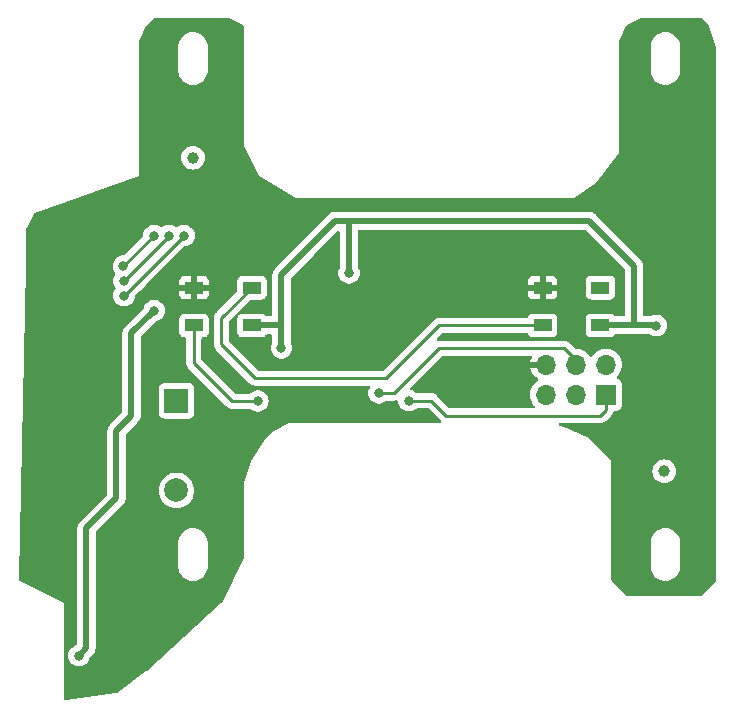
<source format=gbr>
%TF.GenerationSoftware,KiCad,Pcbnew,7.0.10*%
%TF.CreationDate,2024-01-10T06:21:24+05:30*%
%TF.ProjectId,Dashcam,44617368-6361-46d2-9e6b-696361645f70,rev?*%
%TF.SameCoordinates,Original*%
%TF.FileFunction,Copper,L1,Top*%
%TF.FilePolarity,Positive*%
%FSLAX46Y46*%
G04 Gerber Fmt 4.6, Leading zero omitted, Abs format (unit mm)*
G04 Created by KiCad (PCBNEW 7.0.10) date 2024-01-10 06:21:24*
%MOMM*%
%LPD*%
G01*
G04 APERTURE LIST*
%TA.AperFunction,ComponentPad*%
%ADD10R,1.700000X1.700000*%
%TD*%
%TA.AperFunction,ComponentPad*%
%ADD11O,1.700000X1.700000*%
%TD*%
%TA.AperFunction,SMDPad,CuDef*%
%ADD12R,1.500000X1.000000*%
%TD*%
%TA.AperFunction,SMDPad,CuDef*%
%ADD13C,1.000000*%
%TD*%
%TA.AperFunction,ComponentPad*%
%ADD14R,2.000000X2.000000*%
%TD*%
%TA.AperFunction,ComponentPad*%
%ADD15C,2.000000*%
%TD*%
%TA.AperFunction,ViaPad*%
%ADD16C,0.800000*%
%TD*%
%TA.AperFunction,Conductor*%
%ADD17C,0.250000*%
%TD*%
%TA.AperFunction,Conductor*%
%ADD18C,0.254000*%
%TD*%
%TA.AperFunction,Conductor*%
%ADD19C,0.508000*%
%TD*%
G04 APERTURE END LIST*
D10*
%TO.P,J3,1,Pin_1*%
%TO.N,MISO*%
X157875000Y-63965000D03*
D11*
%TO.P,J3,2,Pin_2*%
%TO.N,+5V*%
X157875000Y-61425000D03*
%TO.P,J3,3,Pin_3*%
%TO.N,SEK*%
X155335000Y-63965000D03*
%TO.P,J3,4,Pin_4*%
%TO.N,MOSI*%
X155335000Y-61425000D03*
%TO.P,J3,5,Pin_5*%
%TO.N,Reset*%
X152795000Y-63965000D03*
%TO.P,J3,6,Pin_6*%
%TO.N,GND*%
X152795000Y-61425000D03*
%TD*%
D12*
%TO.P,U4,1,VDD*%
%TO.N,+5V*%
X157406000Y-58100000D03*
%TO.P,U4,2,DOUT*%
%TO.N,unconnected-(U4-DOUT-Pad2)*%
X157406000Y-54900000D03*
%TO.P,U4,3,VSS*%
%TO.N,GND*%
X152506000Y-54900000D03*
%TO.P,U4,4,DIN*%
%TO.N,Net-(U1-DOUT)*%
X152506000Y-58100000D03*
%TD*%
D13*
%TO.P,FID4,*%
%TO.N,*%
X162806000Y-70450000D03*
%TD*%
%TO.P,FID1,*%
%TO.N,*%
X122900000Y-43900000D03*
%TD*%
D12*
%TO.P,U1,1,VDD*%
%TO.N,+5V*%
X127881000Y-58100000D03*
%TO.P,U1,2,DOUT*%
%TO.N,Net-(U1-DOUT)*%
X127881000Y-54900000D03*
%TO.P,U1,3,VSS*%
%TO.N,GND*%
X122981000Y-54900000D03*
%TO.P,U1,4,DIN*%
%TO.N,neodin*%
X122981000Y-58100000D03*
%TD*%
D14*
%TO.P,BZ1,1,-*%
%TO.N,Net-(BZ1--)*%
X121510000Y-64475000D03*
D15*
%TO.P,BZ1,2,+*%
%TO.N,Net-(BZ1-+)*%
X121510000Y-72075000D03*
%TD*%
D16*
%TO.N,GND*%
X162400000Y-62000000D03*
%TO.N,MISO*%
X141195000Y-64465000D03*
%TO.N,MOSI*%
X138655000Y-63830000D03*
%TO.N,+5V*%
X119605000Y-56845000D03*
X113255000Y-86055000D03*
X136115000Y-53670000D03*
X130400000Y-60020000D03*
X162150000Y-58115000D03*
%TO.N,GND*%
X129765000Y-51130000D03*
X120240000Y-80340000D03*
X125320000Y-54940000D03*
X125955000Y-46050000D03*
X119605000Y-47955000D03*
X151355000Y-51765000D03*
X143735000Y-51765000D03*
X110715000Y-65735000D03*
X111985000Y-79070000D03*
X147545000Y-54940000D03*
X122780000Y-81610000D03*
X122223154Y-68454674D03*
X113890000Y-70815000D03*
X134210000Y-54940000D03*
X134845000Y-52400000D03*
%TO.N,neodin*%
X128400000Y-64500000D03*
%TO.N,LED Selector*%
X119605000Y-50495000D03*
X117015000Y-53085000D03*
%TO.N,ValuePin_1*%
X120875000Y-50495000D03*
X117065000Y-54305000D03*
%TO.N,ValuePin_2*%
X117065000Y-55575000D03*
X122145000Y-50495000D03*
%TD*%
D17*
%TO.N,MOSI*%
X155335000Y-61035000D02*
X155335000Y-61425000D01*
X138655000Y-63830000D02*
X139925000Y-63830000D01*
X139925000Y-63830000D02*
X143735000Y-60020000D01*
X143735000Y-60020000D02*
X154320000Y-60020000D01*
X154320000Y-60020000D02*
X155335000Y-61035000D01*
D18*
%TO.N,Net-(U1-DOUT)*%
X139290000Y-62560000D02*
X143750000Y-58100000D01*
X128177500Y-62560000D02*
X139290000Y-62560000D01*
X125320000Y-59702500D02*
X128177500Y-62560000D01*
X125320000Y-57461000D02*
X125320000Y-59702500D01*
X143750000Y-58100000D02*
X152506000Y-58100000D01*
X127881000Y-54900000D02*
X125320000Y-57461000D01*
%TO.N,neodin*%
X126200000Y-64500000D02*
X122981000Y-61281000D01*
X122981000Y-61281000D02*
X122981000Y-58100000D01*
X128400000Y-64500000D02*
X126200000Y-64500000D01*
%TO.N,MISO*%
X157875000Y-65225000D02*
X157875000Y-63965000D01*
X156800000Y-65735000D02*
X157365000Y-65735000D01*
X157365000Y-65735000D02*
X157875000Y-65225000D01*
D17*
X144370000Y-65735000D02*
X156800000Y-65735000D01*
X143100000Y-64465000D02*
X144370000Y-65735000D01*
X141195000Y-64465000D02*
X143100000Y-64465000D01*
D19*
%TO.N,+5V*%
X113890000Y-85420000D02*
X113890000Y-75260000D01*
X157406000Y-58100000D02*
X160245000Y-58100000D01*
X130400000Y-53797000D02*
X130400000Y-56845000D01*
X116430000Y-67005000D02*
X117700000Y-65735000D01*
X113890000Y-75260000D02*
X116430000Y-72720000D01*
X160245000Y-53035000D02*
X156435000Y-49225000D01*
X127881000Y-58100000D02*
X130385000Y-58100000D01*
X113255000Y-86055000D02*
X113890000Y-85420000D01*
X117700000Y-58750000D02*
X119605000Y-56845000D01*
X130400000Y-56845000D02*
X130400000Y-58115000D01*
X116430000Y-72720000D02*
X116430000Y-67005000D01*
X117700000Y-65735000D02*
X117700000Y-58750000D01*
X130385000Y-58100000D02*
X130400000Y-58115000D01*
X160245000Y-58100000D02*
X160245000Y-53035000D01*
X162135000Y-58100000D02*
X162150000Y-58115000D01*
X156435000Y-49225000D02*
X136115000Y-49225000D01*
X136115000Y-49225000D02*
X134972000Y-49225000D01*
X157406000Y-58100000D02*
X162135000Y-58100000D01*
X134972000Y-49225000D02*
X130400000Y-53797000D01*
X136115000Y-49225000D02*
X136115000Y-53670000D01*
X130400000Y-58115000D02*
X130400000Y-60020000D01*
%TO.N,GND*%
X125280000Y-54900000D02*
X125320000Y-54940000D01*
X152506000Y-54900000D02*
X152585000Y-54900000D01*
X122981000Y-54900000D02*
X125280000Y-54900000D01*
X122981000Y-54615176D02*
X122981000Y-54900000D01*
X152585000Y-54900000D02*
X152625000Y-54940000D01*
D18*
%TO.N,Net-(U1-DOUT)*%
X127881000Y-54900000D02*
X127881000Y-54919000D01*
X127881000Y-54919000D02*
X127860000Y-54940000D01*
%TO.N,LED Selector*%
X117015000Y-53085000D02*
X119605000Y-50495000D01*
%TO.N,ValuePin_1*%
X117065000Y-54305000D02*
X120875000Y-50495000D01*
%TO.N,ValuePin_2*%
X117065000Y-55575000D02*
X122145000Y-50495000D01*
%TD*%
%TA.AperFunction,Conductor*%
%TO.N,GND*%
G36*
X125981182Y-32093091D02*
G01*
X127156454Y-32680727D01*
X127207613Y-32728314D01*
X127225000Y-32791636D01*
X127225000Y-42875000D01*
X128495000Y-45415000D01*
X131670000Y-47320000D01*
X155165000Y-47320000D01*
X157070000Y-46050000D01*
X158975000Y-43510000D01*
X158975000Y-36603618D01*
X161649500Y-36603618D01*
X161683610Y-36808034D01*
X161750898Y-37004037D01*
X161750900Y-37004043D01*
X161849534Y-37186302D01*
X161849537Y-37186306D01*
X161976818Y-37349836D01*
X161976821Y-37349840D01*
X162129296Y-37490204D01*
X162302788Y-37603551D01*
X162492572Y-37686798D01*
X162693469Y-37737672D01*
X162762312Y-37743376D01*
X162899994Y-37754786D01*
X162900000Y-37754786D01*
X162900006Y-37754786D01*
X163023918Y-37744517D01*
X163106531Y-37737672D01*
X163307428Y-37686798D01*
X163497212Y-37603551D01*
X163670706Y-37490202D01*
X163823176Y-37349843D01*
X163950465Y-37186303D01*
X164049100Y-37004042D01*
X164116390Y-36808032D01*
X164150500Y-36603619D01*
X164150500Y-36500000D01*
X164150500Y-36499500D01*
X164150500Y-34499901D01*
X164150500Y-34396381D01*
X164116390Y-34191968D01*
X164049100Y-33995958D01*
X163950465Y-33813697D01*
X163950462Y-33813693D01*
X163823181Y-33650163D01*
X163823178Y-33650159D01*
X163670703Y-33509795D01*
X163497211Y-33396448D01*
X163307428Y-33313202D01*
X163106527Y-33262327D01*
X162900006Y-33245214D01*
X162899994Y-33245214D01*
X162693472Y-33262327D01*
X162492571Y-33313202D01*
X162302788Y-33396448D01*
X162129296Y-33509795D01*
X161976821Y-33650159D01*
X161976818Y-33650163D01*
X161849537Y-33813693D01*
X161849534Y-33813697D01*
X161750900Y-33995956D01*
X161750898Y-33995962D01*
X161683610Y-34191965D01*
X161649500Y-34396381D01*
X161649500Y-36603618D01*
X158975000Y-36603618D01*
X158975000Y-34014272D01*
X158988091Y-33958818D01*
X159060652Y-33813697D01*
X159119243Y-33696515D01*
X159591515Y-32751970D01*
X159639102Y-32700811D01*
X159646970Y-32696515D01*
X160853818Y-32093091D01*
X160909272Y-32080000D01*
X165908638Y-32080000D01*
X165975677Y-32099685D01*
X165996319Y-32116319D01*
X166574300Y-32694300D01*
X166604256Y-32742769D01*
X167223637Y-34600911D01*
X167230000Y-34640123D01*
X167230000Y-79653638D01*
X167210315Y-79720677D01*
X167193681Y-79741319D01*
X165996319Y-80938681D01*
X165934996Y-80972166D01*
X165908638Y-80975000D01*
X159661362Y-80975000D01*
X159594323Y-80955315D01*
X159573681Y-80938681D01*
X158376319Y-79741319D01*
X158342834Y-79679996D01*
X158340000Y-79653638D01*
X158340000Y-78603618D01*
X161649500Y-78603618D01*
X161683610Y-78808034D01*
X161750898Y-79004037D01*
X161750900Y-79004043D01*
X161849534Y-79186302D01*
X161849537Y-79186306D01*
X161976818Y-79349836D01*
X161976821Y-79349840D01*
X162129296Y-79490204D01*
X162302788Y-79603551D01*
X162492572Y-79686798D01*
X162693469Y-79737672D01*
X162762312Y-79743376D01*
X162899994Y-79754786D01*
X162900000Y-79754786D01*
X162900006Y-79754786D01*
X163023918Y-79744517D01*
X163106531Y-79737672D01*
X163307428Y-79686798D01*
X163497212Y-79603551D01*
X163670706Y-79490202D01*
X163823176Y-79349843D01*
X163950465Y-79186303D01*
X164049100Y-79004042D01*
X164116390Y-78808032D01*
X164150500Y-78603619D01*
X164150500Y-78500000D01*
X164150500Y-78499500D01*
X164150500Y-76499901D01*
X164150500Y-76396381D01*
X164116390Y-76191968D01*
X164049100Y-75995958D01*
X163950465Y-75813697D01*
X163950462Y-75813693D01*
X163823181Y-75650163D01*
X163823178Y-75650159D01*
X163670703Y-75509795D01*
X163497211Y-75396448D01*
X163307428Y-75313202D01*
X163106527Y-75262327D01*
X162900006Y-75245214D01*
X162899994Y-75245214D01*
X162693472Y-75262327D01*
X162492571Y-75313202D01*
X162302788Y-75396448D01*
X162129296Y-75509795D01*
X161976821Y-75650159D01*
X161976818Y-75650163D01*
X161849537Y-75813693D01*
X161849534Y-75813697D01*
X161750900Y-75995956D01*
X161750898Y-75995962D01*
X161683610Y-76191965D01*
X161649500Y-76396381D01*
X161649500Y-78603618D01*
X158340000Y-78603618D01*
X158340000Y-70450000D01*
X161800659Y-70450000D01*
X161819975Y-70646129D01*
X161877188Y-70834733D01*
X161970086Y-71008532D01*
X161970090Y-71008539D01*
X162095116Y-71160883D01*
X162247460Y-71285909D01*
X162247467Y-71285913D01*
X162421266Y-71378811D01*
X162421269Y-71378811D01*
X162421273Y-71378814D01*
X162609868Y-71436024D01*
X162806000Y-71455341D01*
X163002132Y-71436024D01*
X163190727Y-71378814D01*
X163364538Y-71285910D01*
X163516883Y-71160883D01*
X163641910Y-71008538D01*
X163710109Y-70880947D01*
X163734811Y-70834733D01*
X163734811Y-70834732D01*
X163734814Y-70834727D01*
X163792024Y-70646132D01*
X163811341Y-70450000D01*
X163792024Y-70253868D01*
X163734814Y-70065273D01*
X163734811Y-70065269D01*
X163734811Y-70065266D01*
X163641913Y-69891467D01*
X163641909Y-69891460D01*
X163516883Y-69739116D01*
X163364539Y-69614090D01*
X163364532Y-69614086D01*
X163190733Y-69521188D01*
X163190727Y-69521186D01*
X163002132Y-69463976D01*
X163002129Y-69463975D01*
X162806000Y-69444659D01*
X162609870Y-69463975D01*
X162421266Y-69521188D01*
X162247467Y-69614086D01*
X162247460Y-69614090D01*
X162095116Y-69739116D01*
X161970090Y-69891460D01*
X161970086Y-69891467D01*
X161877188Y-70065266D01*
X161819975Y-70253870D01*
X161800659Y-70450000D01*
X158340000Y-70450000D01*
X158340000Y-69545000D01*
X156435000Y-67640000D01*
X156434997Y-67639998D01*
X155671161Y-67334464D01*
X155649392Y-67323142D01*
X155461875Y-67200631D01*
X155461872Y-67200630D01*
X155098092Y-67003761D01*
X155098078Y-67003755D01*
X154948380Y-66938091D01*
X154719278Y-66837597D01*
X154719272Y-66837595D01*
X154719270Y-66837594D01*
X154719271Y-66837594D01*
X154328060Y-66703291D01*
X154328054Y-66703289D01*
X154328047Y-66703287D01*
X153970350Y-66612705D01*
X153910195Y-66577166D01*
X153878803Y-66514746D01*
X153886141Y-66445262D01*
X153929880Y-66390777D01*
X153996133Y-66368588D01*
X154000791Y-66368500D01*
X156696264Y-66368500D01*
X156711858Y-66370474D01*
X156711979Y-66369522D01*
X156719716Y-66370499D01*
X156719718Y-66370500D01*
X157281153Y-66370500D01*
X157296932Y-66372241D01*
X157296958Y-66371974D01*
X157304711Y-66372706D01*
X157304719Y-66372708D01*
X157373044Y-66370561D01*
X157376939Y-66370500D01*
X157404977Y-66370500D01*
X157404983Y-66370500D01*
X157409122Y-66369976D01*
X157420753Y-66369061D01*
X157465205Y-66367665D01*
X157484906Y-66361940D01*
X157503951Y-66357997D01*
X157524299Y-66355427D01*
X157565659Y-66339051D01*
X157576660Y-66335283D01*
X157619393Y-66322869D01*
X157637054Y-66312423D01*
X157654512Y-66303871D01*
X157673588Y-66296319D01*
X157709568Y-66270177D01*
X157719315Y-66263774D01*
X157757598Y-66241134D01*
X157772094Y-66226637D01*
X157786892Y-66213998D01*
X157803487Y-66201942D01*
X157831835Y-66167673D01*
X157839687Y-66159043D01*
X158265074Y-65733657D01*
X158277458Y-65723738D01*
X158277286Y-65723530D01*
X158283294Y-65718558D01*
X158283303Y-65718553D01*
X158330103Y-65668714D01*
X158332783Y-65665948D01*
X158352639Y-65646094D01*
X158355192Y-65642801D01*
X158362774Y-65633923D01*
X158393217Y-65601506D01*
X158403094Y-65583537D01*
X158413779Y-65567272D01*
X158426350Y-65551067D01*
X158444019Y-65510234D01*
X158449145Y-65499770D01*
X158470569Y-65460803D01*
X158475670Y-65440930D01*
X158481969Y-65422534D01*
X158490117Y-65403708D01*
X158490117Y-65403707D01*
X158492481Y-65398246D01*
X158537175Y-65344541D01*
X158603809Y-65323525D01*
X158606279Y-65323500D01*
X158773638Y-65323500D01*
X158773654Y-65323499D01*
X158800692Y-65320591D01*
X158834201Y-65316989D01*
X158971204Y-65265889D01*
X159088261Y-65178261D01*
X159175889Y-65061204D01*
X159226989Y-64924201D01*
X159232650Y-64871549D01*
X159233499Y-64863654D01*
X159233500Y-64863637D01*
X159233500Y-63066362D01*
X159233499Y-63066345D01*
X159229262Y-63026942D01*
X159226989Y-63005799D01*
X159213002Y-62968300D01*
X159204522Y-62945564D01*
X159175889Y-62868796D01*
X159088261Y-62751739D01*
X158971204Y-62664111D01*
X158853404Y-62620172D01*
X158797471Y-62578300D01*
X158773055Y-62512835D01*
X158787908Y-62444562D01*
X158805504Y-62420014D01*
X158950722Y-62262268D01*
X159073860Y-62073791D01*
X159164296Y-61867616D01*
X159219564Y-61649368D01*
X159220768Y-61634844D01*
X159238156Y-61425005D01*
X159238156Y-61424994D01*
X159219565Y-61200640D01*
X159219563Y-61200628D01*
X159164296Y-60982385D01*
X159155138Y-60961507D01*
X159073860Y-60776209D01*
X159057706Y-60751484D01*
X158950723Y-60587734D01*
X158950715Y-60587723D01*
X158798243Y-60422097D01*
X158798238Y-60422092D01*
X158620577Y-60283812D01*
X158620572Y-60283808D01*
X158422580Y-60176661D01*
X158422577Y-60176659D01*
X158422574Y-60176658D01*
X158422571Y-60176657D01*
X158422569Y-60176656D01*
X158209637Y-60103556D01*
X157987569Y-60066500D01*
X157762431Y-60066500D01*
X157540362Y-60103556D01*
X157327430Y-60176656D01*
X157327419Y-60176661D01*
X157129427Y-60283808D01*
X157129422Y-60283812D01*
X156951761Y-60422092D01*
X156951756Y-60422097D01*
X156799284Y-60587723D01*
X156799276Y-60587734D01*
X156708808Y-60726206D01*
X156655662Y-60771562D01*
X156586431Y-60780986D01*
X156523095Y-60751484D01*
X156501192Y-60726206D01*
X156410723Y-60587734D01*
X156410715Y-60587723D01*
X156258243Y-60422097D01*
X156258238Y-60422092D01*
X156080577Y-60283812D01*
X156080572Y-60283808D01*
X155882580Y-60176661D01*
X155882577Y-60176659D01*
X155882574Y-60176658D01*
X155882571Y-60176657D01*
X155882569Y-60176656D01*
X155669637Y-60103556D01*
X155447569Y-60066500D01*
X155313767Y-60066500D01*
X155246728Y-60046815D01*
X155226086Y-60030181D01*
X154827091Y-59631187D01*
X154817188Y-59618825D01*
X154816978Y-59619000D01*
X154811999Y-59612981D01*
X154762331Y-59566340D01*
X154759534Y-59563629D01*
X154739766Y-59543861D01*
X154736504Y-59541331D01*
X154727619Y-59533743D01*
X154695321Y-59503414D01*
X154695319Y-59503412D01*
X154677431Y-59493578D01*
X154661170Y-59482897D01*
X154645039Y-59470384D01*
X154604375Y-59452788D01*
X154593885Y-59447649D01*
X154555060Y-59426305D01*
X154555056Y-59426304D01*
X154535287Y-59421228D01*
X154516881Y-59414926D01*
X154498144Y-59406818D01*
X154498145Y-59406818D01*
X154454383Y-59399887D01*
X154442947Y-59397519D01*
X154428193Y-59393731D01*
X154400032Y-59386500D01*
X154400030Y-59386500D01*
X154379616Y-59386500D01*
X154360217Y-59384973D01*
X154340058Y-59381780D01*
X154340057Y-59381780D01*
X154295943Y-59385950D01*
X154284274Y-59386500D01*
X143818632Y-59386500D01*
X143802880Y-59384760D01*
X143802855Y-59385032D01*
X143795093Y-59384298D01*
X143795092Y-59384298D01*
X143771738Y-59385032D01*
X143726970Y-59386439D01*
X143723075Y-59386500D01*
X143695144Y-59386500D01*
X143695141Y-59386500D01*
X143695125Y-59386501D01*
X143691032Y-59387018D01*
X143679402Y-59387933D01*
X143663494Y-59388433D01*
X143595870Y-59370864D01*
X143548479Y-59319523D01*
X143536367Y-59250712D01*
X143563381Y-59186275D01*
X143571909Y-59176822D01*
X143976913Y-58771819D01*
X144038236Y-58738334D01*
X144064594Y-58735500D01*
X151177726Y-58735500D01*
X151244765Y-58755185D01*
X151290520Y-58807989D01*
X151293907Y-58816166D01*
X151305110Y-58846203D01*
X151305111Y-58846204D01*
X151392739Y-58963261D01*
X151509796Y-59050889D01*
X151646799Y-59101989D01*
X151674050Y-59104918D01*
X151707345Y-59108499D01*
X151707362Y-59108500D01*
X153304638Y-59108500D01*
X153304654Y-59108499D01*
X153331692Y-59105591D01*
X153365201Y-59101989D01*
X153502204Y-59050889D01*
X153619261Y-58963261D01*
X153706889Y-58846204D01*
X153757989Y-58709201D01*
X153761591Y-58675692D01*
X153764499Y-58648654D01*
X153764500Y-58648637D01*
X153764500Y-57551362D01*
X153764499Y-57551345D01*
X153760282Y-57512132D01*
X153757989Y-57490799D01*
X153753802Y-57479574D01*
X153724579Y-57401225D01*
X153706889Y-57353796D01*
X153619261Y-57236739D01*
X153502204Y-57149111D01*
X153484426Y-57142480D01*
X153365203Y-57098011D01*
X153304654Y-57091500D01*
X153304638Y-57091500D01*
X151707362Y-57091500D01*
X151707345Y-57091500D01*
X151646797Y-57098011D01*
X151646795Y-57098011D01*
X151509795Y-57149111D01*
X151392739Y-57236739D01*
X151305110Y-57353796D01*
X151293907Y-57383834D01*
X151252036Y-57439768D01*
X151186571Y-57464184D01*
X151177726Y-57464500D01*
X143833851Y-57464500D01*
X143818076Y-57462758D01*
X143818051Y-57463026D01*
X143810283Y-57462291D01*
X143741970Y-57464439D01*
X143738075Y-57464500D01*
X143710015Y-57464500D01*
X143705871Y-57465023D01*
X143694243Y-57465938D01*
X143649799Y-57467335D01*
X143649789Y-57467337D01*
X143630098Y-57473057D01*
X143611056Y-57477000D01*
X143609127Y-57477244D01*
X143590703Y-57479572D01*
X143590695Y-57479574D01*
X143549345Y-57495945D01*
X143538302Y-57499726D01*
X143495606Y-57512132D01*
X143477950Y-57522573D01*
X143460488Y-57531127D01*
X143441415Y-57538679D01*
X143441406Y-57538684D01*
X143405429Y-57564822D01*
X143395669Y-57571233D01*
X143357402Y-57593864D01*
X143342898Y-57608368D01*
X143328108Y-57621000D01*
X143311515Y-57633055D01*
X143311512Y-57633058D01*
X143283163Y-57667325D01*
X143275303Y-57675962D01*
X139063086Y-61888181D01*
X139001763Y-61921666D01*
X138975405Y-61924500D01*
X128492095Y-61924500D01*
X128425056Y-61904815D01*
X128404414Y-61888181D01*
X125991819Y-59475586D01*
X125958334Y-59414263D01*
X125955500Y-59387905D01*
X125955500Y-57775594D01*
X125975185Y-57708555D01*
X125991819Y-57687913D01*
X126243598Y-57436134D01*
X126508752Y-57170979D01*
X126570073Y-57137496D01*
X126639764Y-57142480D01*
X126695698Y-57184351D01*
X126720115Y-57249816D01*
X126705263Y-57318089D01*
X126695700Y-57332970D01*
X126680111Y-57353794D01*
X126629011Y-57490795D01*
X126629011Y-57490797D01*
X126622500Y-57551345D01*
X126622500Y-58648654D01*
X126629011Y-58709202D01*
X126629011Y-58709204D01*
X126665857Y-58807989D01*
X126680111Y-58846204D01*
X126767739Y-58963261D01*
X126884796Y-59050889D01*
X127021799Y-59101989D01*
X127049050Y-59104918D01*
X127082345Y-59108499D01*
X127082362Y-59108500D01*
X128679638Y-59108500D01*
X128679654Y-59108499D01*
X128706692Y-59105591D01*
X128740201Y-59101989D01*
X128877204Y-59050889D01*
X128994261Y-58963261D01*
X129032493Y-58912188D01*
X129088427Y-58870318D01*
X129131760Y-58862500D01*
X129513500Y-58862500D01*
X129580539Y-58882185D01*
X129626294Y-58934989D01*
X129637500Y-58986500D01*
X129637500Y-59490463D01*
X129620888Y-59552461D01*
X129582473Y-59619000D01*
X129565472Y-59648446D01*
X129565470Y-59648450D01*
X129508949Y-59822405D01*
X129506458Y-59830072D01*
X129486496Y-60020000D01*
X129506458Y-60209928D01*
X129506459Y-60209931D01*
X129565470Y-60391549D01*
X129565473Y-60391556D01*
X129660960Y-60556944D01*
X129788747Y-60698866D01*
X129943248Y-60811118D01*
X130117712Y-60888794D01*
X130304513Y-60928500D01*
X130495487Y-60928500D01*
X130682288Y-60888794D01*
X130856752Y-60811118D01*
X131011253Y-60698866D01*
X131139040Y-60556944D01*
X131234527Y-60391556D01*
X131293542Y-60209928D01*
X131313504Y-60020000D01*
X131293542Y-59830072D01*
X131234527Y-59648444D01*
X131179111Y-59552461D01*
X131162500Y-59490463D01*
X131162500Y-58179580D01*
X131163809Y-58161610D01*
X131163998Y-58160316D01*
X131167366Y-58137327D01*
X131162971Y-58087105D01*
X131162500Y-58076297D01*
X131162500Y-55150000D01*
X151256000Y-55150000D01*
X151256000Y-55447844D01*
X151262401Y-55507372D01*
X151262403Y-55507379D01*
X151312645Y-55642086D01*
X151312649Y-55642093D01*
X151398809Y-55757187D01*
X151398812Y-55757190D01*
X151513906Y-55843350D01*
X151513913Y-55843354D01*
X151648620Y-55893596D01*
X151648627Y-55893598D01*
X151708155Y-55899999D01*
X151708172Y-55900000D01*
X152256000Y-55900000D01*
X152256000Y-55150000D01*
X152756000Y-55150000D01*
X152756000Y-55900000D01*
X153303828Y-55900000D01*
X153303844Y-55899999D01*
X153363372Y-55893598D01*
X153363379Y-55893596D01*
X153498086Y-55843354D01*
X153498093Y-55843350D01*
X153613187Y-55757190D01*
X153613190Y-55757187D01*
X153699350Y-55642093D01*
X153699354Y-55642086D01*
X153749596Y-55507379D01*
X153749598Y-55507372D01*
X153755912Y-55448654D01*
X156147500Y-55448654D01*
X156154011Y-55509202D01*
X156154011Y-55509204D01*
X156188684Y-55602163D01*
X156205111Y-55646204D01*
X156292739Y-55763261D01*
X156409796Y-55850889D01*
X156524297Y-55893596D01*
X156541463Y-55899999D01*
X156546799Y-55901989D01*
X156574050Y-55904918D01*
X156607345Y-55908499D01*
X156607362Y-55908500D01*
X158204638Y-55908500D01*
X158204654Y-55908499D01*
X158231692Y-55905591D01*
X158265201Y-55901989D01*
X158270537Y-55899999D01*
X158287703Y-55893596D01*
X158402204Y-55850889D01*
X158519261Y-55763261D01*
X158606889Y-55646204D01*
X158657989Y-55509201D01*
X158661591Y-55475692D01*
X158664499Y-55448654D01*
X158664500Y-55448637D01*
X158664500Y-54351362D01*
X158664499Y-54351345D01*
X158661157Y-54320270D01*
X158657989Y-54290799D01*
X158606889Y-54153796D01*
X158519261Y-54036739D01*
X158402204Y-53949111D01*
X158360216Y-53933450D01*
X158265203Y-53898011D01*
X158204654Y-53891500D01*
X158204638Y-53891500D01*
X156607362Y-53891500D01*
X156607345Y-53891500D01*
X156546797Y-53898011D01*
X156546795Y-53898011D01*
X156409795Y-53949111D01*
X156292739Y-54036739D01*
X156205111Y-54153795D01*
X156154011Y-54290795D01*
X156154011Y-54290797D01*
X156147500Y-54351345D01*
X156147500Y-55448654D01*
X153755912Y-55448654D01*
X153755999Y-55447844D01*
X153756000Y-55447827D01*
X153756000Y-55150000D01*
X152756000Y-55150000D01*
X152256000Y-55150000D01*
X151256000Y-55150000D01*
X131162500Y-55150000D01*
X131162500Y-54650000D01*
X151256000Y-54650000D01*
X152256000Y-54650000D01*
X152256000Y-53900000D01*
X152756000Y-53900000D01*
X152756000Y-54650000D01*
X153756000Y-54650000D01*
X153756000Y-54352172D01*
X153755999Y-54352155D01*
X153749598Y-54292627D01*
X153749596Y-54292620D01*
X153699354Y-54157913D01*
X153699350Y-54157906D01*
X153613190Y-54042812D01*
X153613187Y-54042809D01*
X153498093Y-53956649D01*
X153498086Y-53956645D01*
X153363379Y-53906403D01*
X153363372Y-53906401D01*
X153303844Y-53900000D01*
X152756000Y-53900000D01*
X152256000Y-53900000D01*
X151708155Y-53900000D01*
X151648627Y-53906401D01*
X151648620Y-53906403D01*
X151513913Y-53956645D01*
X151513906Y-53956649D01*
X151398812Y-54042809D01*
X151398809Y-54042812D01*
X151312649Y-54157906D01*
X151312645Y-54157913D01*
X151262403Y-54292620D01*
X151262401Y-54292627D01*
X151256000Y-54352155D01*
X151256000Y-54650000D01*
X131162500Y-54650000D01*
X131162500Y-54164199D01*
X131182185Y-54097160D01*
X131198819Y-54076518D01*
X133135156Y-52140181D01*
X135140821Y-50134516D01*
X135202142Y-50101033D01*
X135271834Y-50106017D01*
X135327767Y-50147889D01*
X135352184Y-50213353D01*
X135352500Y-50222199D01*
X135352500Y-53140463D01*
X135335888Y-53202461D01*
X135290330Y-53281372D01*
X135280472Y-53298446D01*
X135280470Y-53298450D01*
X135221459Y-53480068D01*
X135221458Y-53480072D01*
X135201496Y-53670000D01*
X135221458Y-53859928D01*
X135221459Y-53859931D01*
X135280470Y-54041549D01*
X135280473Y-54041556D01*
X135375960Y-54206944D01*
X135503747Y-54348866D01*
X135658248Y-54461118D01*
X135832712Y-54538794D01*
X136019513Y-54578500D01*
X136210487Y-54578500D01*
X136397288Y-54538794D01*
X136571752Y-54461118D01*
X136726253Y-54348866D01*
X136854040Y-54206944D01*
X136949527Y-54041556D01*
X137008542Y-53859928D01*
X137028504Y-53670000D01*
X137008542Y-53480072D01*
X136949527Y-53298444D01*
X136894111Y-53202461D01*
X136877500Y-53140463D01*
X136877500Y-50111500D01*
X136897185Y-50044461D01*
X136949989Y-49998706D01*
X137001500Y-49987500D01*
X156067801Y-49987500D01*
X156134840Y-50007185D01*
X156155482Y-50023819D01*
X159446181Y-53314518D01*
X159479666Y-53375841D01*
X159482500Y-53402199D01*
X159482500Y-57213500D01*
X159462815Y-57280539D01*
X159410011Y-57326294D01*
X159358500Y-57337500D01*
X158656760Y-57337500D01*
X158589721Y-57317815D01*
X158557493Y-57287811D01*
X158519261Y-57236739D01*
X158402204Y-57149111D01*
X158384426Y-57142480D01*
X158265203Y-57098011D01*
X158204654Y-57091500D01*
X158204638Y-57091500D01*
X156607362Y-57091500D01*
X156607345Y-57091500D01*
X156546797Y-57098011D01*
X156546795Y-57098011D01*
X156409795Y-57149111D01*
X156292739Y-57236739D01*
X156205111Y-57353795D01*
X156154011Y-57490795D01*
X156154011Y-57490797D01*
X156147500Y-57551345D01*
X156147500Y-58648654D01*
X156154011Y-58709202D01*
X156154011Y-58709204D01*
X156190857Y-58807989D01*
X156205111Y-58846204D01*
X156292739Y-58963261D01*
X156409796Y-59050889D01*
X156546799Y-59101989D01*
X156574050Y-59104918D01*
X156607345Y-59108499D01*
X156607362Y-59108500D01*
X158204638Y-59108500D01*
X158204654Y-59108499D01*
X158231692Y-59105591D01*
X158265201Y-59101989D01*
X158402204Y-59050889D01*
X158519261Y-58963261D01*
X158557493Y-58912188D01*
X158613427Y-58870318D01*
X158656760Y-58862500D01*
X160219209Y-58862500D01*
X160226419Y-58862710D01*
X160289635Y-58866392D01*
X160289635Y-58866391D01*
X160289637Y-58866392D01*
X160301025Y-58864383D01*
X160322557Y-58862500D01*
X161592923Y-58862500D01*
X161659962Y-58882185D01*
X161665799Y-58886175D01*
X161681951Y-58897910D01*
X161693249Y-58906119D01*
X161758094Y-58934989D01*
X161867712Y-58983794D01*
X162054513Y-59023500D01*
X162245487Y-59023500D01*
X162432288Y-58983794D01*
X162606752Y-58906118D01*
X162761253Y-58793866D01*
X162889040Y-58651944D01*
X162984527Y-58486556D01*
X163043542Y-58304928D01*
X163063504Y-58115000D01*
X163043542Y-57925072D01*
X162984527Y-57743444D01*
X162889040Y-57578056D01*
X162761253Y-57436134D01*
X162606752Y-57323882D01*
X162432288Y-57246206D01*
X162432286Y-57246205D01*
X162245487Y-57206500D01*
X162054513Y-57206500D01*
X161867714Y-57246205D01*
X161867712Y-57246206D01*
X161693248Y-57323882D01*
X161693245Y-57323883D01*
X161687311Y-57326526D01*
X161686254Y-57324152D01*
X161636436Y-57337500D01*
X161131500Y-57337500D01*
X161064461Y-57317815D01*
X161018706Y-57265011D01*
X161007500Y-57213500D01*
X161007500Y-53099588D01*
X161008809Y-53081618D01*
X161009035Y-53080073D01*
X161012367Y-53057328D01*
X161007971Y-53007094D01*
X161007500Y-52996286D01*
X161007500Y-52990595D01*
X161007500Y-52990588D01*
X161003836Y-52959240D01*
X161003474Y-52955690D01*
X160996831Y-52879761D01*
X160995371Y-52872688D01*
X160995412Y-52872679D01*
X160993705Y-52864976D01*
X160993663Y-52864986D01*
X160991999Y-52857968D01*
X160991998Y-52857958D01*
X160965915Y-52786295D01*
X160964739Y-52782911D01*
X160941722Y-52713450D01*
X160940765Y-52710560D01*
X160940761Y-52710554D01*
X160937711Y-52704012D01*
X160937750Y-52703993D01*
X160934315Y-52696898D01*
X160934277Y-52696918D01*
X160931035Y-52690463D01*
X160889141Y-52626767D01*
X160887224Y-52623758D01*
X160847189Y-52558851D01*
X160842711Y-52553188D01*
X160842743Y-52553162D01*
X160837760Y-52547045D01*
X160837729Y-52547072D01*
X160833086Y-52541539D01*
X160777640Y-52489228D01*
X160775053Y-52486715D01*
X157019838Y-48731500D01*
X157008055Y-48717865D01*
X156993403Y-48698184D01*
X156993397Y-48698177D01*
X156954771Y-48665766D01*
X156946796Y-48658458D01*
X156942761Y-48654423D01*
X156918029Y-48634867D01*
X156915236Y-48632592D01*
X156856854Y-48583604D01*
X156850820Y-48579636D01*
X156850843Y-48579600D01*
X156844193Y-48575363D01*
X156844172Y-48575399D01*
X156838018Y-48571604D01*
X156768916Y-48539381D01*
X156765701Y-48537825D01*
X156697566Y-48503606D01*
X156697565Y-48503605D01*
X156697562Y-48503604D01*
X156690781Y-48501136D01*
X156690794Y-48501097D01*
X156683340Y-48498506D01*
X156683327Y-48498546D01*
X156676471Y-48496274D01*
X156601841Y-48480864D01*
X156598322Y-48480084D01*
X156524120Y-48462499D01*
X156516948Y-48461661D01*
X156516952Y-48461619D01*
X156509106Y-48460818D01*
X156509103Y-48460860D01*
X156501913Y-48460230D01*
X156425711Y-48462448D01*
X156422105Y-48462500D01*
X136140791Y-48462500D01*
X136133581Y-48462290D01*
X136070364Y-48458607D01*
X136070362Y-48458608D01*
X136058975Y-48460616D01*
X136037443Y-48462500D01*
X135036583Y-48462500D01*
X135018611Y-48461191D01*
X134994327Y-48457634D01*
X134994324Y-48457633D01*
X134944106Y-48462028D01*
X134933297Y-48462500D01*
X134927579Y-48462500D01*
X134896255Y-48466161D01*
X134892672Y-48466527D01*
X134816756Y-48473169D01*
X134809690Y-48474629D01*
X134809681Y-48474589D01*
X134801968Y-48476299D01*
X134801978Y-48476338D01*
X134794957Y-48478001D01*
X134723315Y-48504077D01*
X134719909Y-48505261D01*
X134647559Y-48529234D01*
X134641014Y-48532287D01*
X134640996Y-48532250D01*
X134633894Y-48535689D01*
X134633913Y-48535725D01*
X134627459Y-48538966D01*
X134563779Y-48580849D01*
X134560740Y-48582785D01*
X134495852Y-48622810D01*
X134490192Y-48627286D01*
X134490167Y-48627255D01*
X134484044Y-48632243D01*
X134484069Y-48632273D01*
X134478543Y-48636909D01*
X134426229Y-48692358D01*
X134423717Y-48694943D01*
X129906499Y-53212161D01*
X129892872Y-53223939D01*
X129873175Y-53238604D01*
X129840762Y-53277231D01*
X129833470Y-53285191D01*
X129829423Y-53289238D01*
X129809860Y-53313979D01*
X129807586Y-53316770D01*
X129758603Y-53375147D01*
X129754637Y-53381178D01*
X129754603Y-53381156D01*
X129750361Y-53387815D01*
X129750395Y-53387836D01*
X129746604Y-53393981D01*
X129714392Y-53463058D01*
X129712822Y-53466300D01*
X129678605Y-53534432D01*
X129676135Y-53541221D01*
X129676097Y-53541207D01*
X129673506Y-53548661D01*
X129673546Y-53548674D01*
X129671274Y-53555529D01*
X129655864Y-53630158D01*
X129655084Y-53633675D01*
X129637499Y-53707877D01*
X129636661Y-53715052D01*
X129636619Y-53715047D01*
X129635818Y-53722893D01*
X129635860Y-53722897D01*
X129635230Y-53730086D01*
X129637448Y-53806287D01*
X129637500Y-53809893D01*
X129637500Y-57213500D01*
X129617815Y-57280539D01*
X129565011Y-57326294D01*
X129513500Y-57337500D01*
X129131760Y-57337500D01*
X129064721Y-57317815D01*
X129032493Y-57287811D01*
X128994261Y-57236739D01*
X128877204Y-57149111D01*
X128859426Y-57142480D01*
X128740203Y-57098011D01*
X128679654Y-57091500D01*
X128679638Y-57091500D01*
X127082362Y-57091500D01*
X127082345Y-57091500D01*
X127021797Y-57098011D01*
X127021795Y-57098011D01*
X126884793Y-57149111D01*
X126884792Y-57149112D01*
X126863973Y-57164698D01*
X126798509Y-57189115D01*
X126730236Y-57174263D01*
X126680831Y-57124858D01*
X126665979Y-57056585D01*
X126690396Y-56991120D01*
X126701982Y-56977750D01*
X126879145Y-56800588D01*
X127734914Y-55944819D01*
X127796237Y-55911334D01*
X127822595Y-55908500D01*
X128679638Y-55908500D01*
X128679654Y-55908499D01*
X128706692Y-55905591D01*
X128740201Y-55901989D01*
X128745537Y-55899999D01*
X128762703Y-55893596D01*
X128877204Y-55850889D01*
X128994261Y-55763261D01*
X129081889Y-55646204D01*
X129132989Y-55509201D01*
X129136591Y-55475692D01*
X129139499Y-55448654D01*
X129139500Y-55448637D01*
X129139500Y-54351362D01*
X129139499Y-54351345D01*
X129136157Y-54320270D01*
X129132989Y-54290799D01*
X129081889Y-54153796D01*
X128994261Y-54036739D01*
X128877204Y-53949111D01*
X128835216Y-53933450D01*
X128740203Y-53898011D01*
X128679654Y-53891500D01*
X128679638Y-53891500D01*
X127082362Y-53891500D01*
X127082345Y-53891500D01*
X127021797Y-53898011D01*
X127021795Y-53898011D01*
X126884795Y-53949111D01*
X126767739Y-54036739D01*
X126680111Y-54153795D01*
X126629011Y-54290795D01*
X126629011Y-54290797D01*
X126622500Y-54351345D01*
X126622500Y-55208404D01*
X126602815Y-55275443D01*
X126586181Y-55296085D01*
X124929921Y-56952344D01*
X124917531Y-56962272D01*
X124917702Y-56962479D01*
X124911695Y-56967448D01*
X124864898Y-57017281D01*
X124862190Y-57020075D01*
X124842366Y-57039898D01*
X124842365Y-57039900D01*
X124839797Y-57043211D01*
X124832222Y-57052078D01*
X124810118Y-57075617D01*
X124801782Y-57084495D01*
X124801781Y-57084496D01*
X124791900Y-57102468D01*
X124781225Y-57118719D01*
X124768652Y-57134929D01*
X124768650Y-57134933D01*
X124750987Y-57175748D01*
X124745850Y-57186233D01*
X124724430Y-57225197D01*
X124719329Y-57245064D01*
X124713030Y-57263462D01*
X124704884Y-57282287D01*
X124704881Y-57282296D01*
X124697926Y-57326212D01*
X124695557Y-57337650D01*
X124684500Y-57380710D01*
X124684500Y-57401225D01*
X124682973Y-57420624D01*
X124680517Y-57436134D01*
X124679765Y-57440879D01*
X124682117Y-57465755D01*
X124683950Y-57485149D01*
X124684500Y-57496819D01*
X124684500Y-59618651D01*
X124682758Y-59634427D01*
X124683026Y-59634453D01*
X124682292Y-59642218D01*
X124684439Y-59710543D01*
X124684500Y-59714438D01*
X124684500Y-59742482D01*
X124685022Y-59746618D01*
X124685937Y-59758249D01*
X124687334Y-59802703D01*
X124687335Y-59802707D01*
X124693057Y-59822405D01*
X124697000Y-59841446D01*
X124699571Y-59861788D01*
X124699574Y-59861803D01*
X124715941Y-59903144D01*
X124719722Y-59914187D01*
X124732130Y-59956891D01*
X124742570Y-59974544D01*
X124751128Y-59992014D01*
X124758679Y-60011085D01*
X124758683Y-60011092D01*
X124784824Y-60047072D01*
X124791231Y-60056825D01*
X124813866Y-60095098D01*
X124813870Y-60095102D01*
X124828363Y-60109595D01*
X124841001Y-60124392D01*
X124853057Y-60140987D01*
X124887325Y-60169335D01*
X124895966Y-60177198D01*
X127668839Y-62950071D01*
X127678769Y-62962465D01*
X127678976Y-62962295D01*
X127683943Y-62968300D01*
X127733796Y-63015114D01*
X127736596Y-63017828D01*
X127756404Y-63037637D01*
X127759684Y-63040181D01*
X127768566Y-63047766D01*
X127800994Y-63078217D01*
X127818970Y-63088099D01*
X127835216Y-63098770D01*
X127851433Y-63111349D01*
X127892256Y-63129014D01*
X127902723Y-63134143D01*
X127917668Y-63142359D01*
X127941692Y-63155567D01*
X127941694Y-63155567D01*
X127941697Y-63155569D01*
X127961566Y-63160670D01*
X127979962Y-63166968D01*
X127998792Y-63175117D01*
X128042719Y-63182073D01*
X128054150Y-63184441D01*
X128097218Y-63195500D01*
X128117726Y-63195500D01*
X128137123Y-63197026D01*
X128157377Y-63200234D01*
X128157378Y-63200235D01*
X128157378Y-63200234D01*
X128157379Y-63200235D01*
X128176897Y-63198389D01*
X128201652Y-63196050D01*
X128213321Y-63195500D01*
X137757510Y-63195500D01*
X137824549Y-63215185D01*
X137870304Y-63267989D01*
X137880248Y-63337147D01*
X137864897Y-63381500D01*
X137820473Y-63458443D01*
X137820470Y-63458450D01*
X137761459Y-63640068D01*
X137761458Y-63640072D01*
X137741496Y-63830000D01*
X137761458Y-64019928D01*
X137761459Y-64019931D01*
X137820470Y-64201549D01*
X137820473Y-64201556D01*
X137915960Y-64366944D01*
X138043747Y-64508866D01*
X138198248Y-64621118D01*
X138372712Y-64698794D01*
X138559513Y-64738500D01*
X138750487Y-64738500D01*
X138937288Y-64698794D01*
X139111752Y-64621118D01*
X139266253Y-64508866D01*
X139270160Y-64504527D01*
X139329646Y-64467879D01*
X139362309Y-64463500D01*
X139841366Y-64463500D01*
X139857113Y-64465238D01*
X139857139Y-64464968D01*
X139864905Y-64465701D01*
X139864909Y-64465702D01*
X139933017Y-64463560D01*
X139936913Y-64463500D01*
X139964858Y-64463500D01*
X139964860Y-64463499D01*
X139966262Y-64463322D01*
X139968949Y-64462983D01*
X139980608Y-64462064D01*
X140024889Y-64460673D01*
X140044481Y-64454980D01*
X140063538Y-64451032D01*
X140083797Y-64448474D01*
X140120037Y-64434124D01*
X140189614Y-64427748D01*
X140251595Y-64460000D01*
X140286300Y-64520641D01*
X140289006Y-64536455D01*
X140301458Y-64654928D01*
X140301459Y-64654931D01*
X140360470Y-64836549D01*
X140360473Y-64836556D01*
X140455960Y-65001944D01*
X140545550Y-65101444D01*
X140580477Y-65140235D01*
X140583747Y-65143866D01*
X140738248Y-65256118D01*
X140912712Y-65333794D01*
X141099513Y-65373500D01*
X141290487Y-65373500D01*
X141477288Y-65333794D01*
X141651752Y-65256118D01*
X141806253Y-65143866D01*
X141810160Y-65139527D01*
X141869646Y-65102879D01*
X141902309Y-65098500D01*
X142786234Y-65098500D01*
X142853273Y-65118185D01*
X142873915Y-65134819D01*
X143862910Y-66123814D01*
X143872816Y-66136178D01*
X143873026Y-66136005D01*
X143877997Y-66142013D01*
X143878000Y-66142018D01*
X143892473Y-66155609D01*
X143927867Y-66215847D01*
X143925075Y-66285661D01*
X143884982Y-66342883D01*
X143820318Y-66369345D01*
X143807589Y-66370000D01*
X131034999Y-66370000D01*
X129764999Y-67005000D01*
X129130004Y-67639994D01*
X129130001Y-67639997D01*
X127859999Y-69545001D01*
X127225000Y-71450000D01*
X127225000Y-77770728D01*
X127211909Y-77826182D01*
X125330502Y-81588995D01*
X125302545Y-81625709D01*
X118974120Y-87321292D01*
X118965568Y-87328324D01*
X116455415Y-89210938D01*
X116398551Y-89234492D01*
X112126536Y-89844780D01*
X112057387Y-89834774D01*
X112004624Y-89788971D01*
X111985000Y-89722026D01*
X111985000Y-86055000D01*
X112341496Y-86055000D01*
X112361458Y-86244928D01*
X112361459Y-86244931D01*
X112420470Y-86426549D01*
X112420473Y-86426556D01*
X112515960Y-86591944D01*
X112643747Y-86733866D01*
X112798248Y-86846118D01*
X112972712Y-86923794D01*
X113159513Y-86963500D01*
X113350487Y-86963500D01*
X113537288Y-86923794D01*
X113711752Y-86846118D01*
X113866253Y-86733866D01*
X113994040Y-86591944D01*
X114089527Y-86426556D01*
X114141814Y-86265633D01*
X114172062Y-86216273D01*
X114383504Y-86004832D01*
X114397133Y-85993055D01*
X114416822Y-85978398D01*
X114449229Y-85939774D01*
X114456541Y-85931796D01*
X114460573Y-85927765D01*
X114480136Y-85903021D01*
X114482414Y-85900227D01*
X114531396Y-85841853D01*
X114531401Y-85841842D01*
X114535364Y-85835819D01*
X114535401Y-85835843D01*
X114539638Y-85829193D01*
X114539601Y-85829170D01*
X114543393Y-85823021D01*
X114543395Y-85823019D01*
X114575630Y-85753889D01*
X114577145Y-85750758D01*
X114611394Y-85682566D01*
X114611395Y-85682562D01*
X114613866Y-85675774D01*
X114613907Y-85675789D01*
X114616494Y-85668347D01*
X114616452Y-85668334D01*
X114618723Y-85661478D01*
X114618723Y-85661476D01*
X114618725Y-85661473D01*
X114634141Y-85586802D01*
X114634922Y-85583286D01*
X114650383Y-85518057D01*
X114652500Y-85509123D01*
X114652500Y-85509118D01*
X114653338Y-85501950D01*
X114653379Y-85501954D01*
X114654181Y-85494105D01*
X114654140Y-85494102D01*
X114654769Y-85486911D01*
X114652552Y-85410695D01*
X114652500Y-85407089D01*
X114652500Y-78603618D01*
X121649500Y-78603618D01*
X121683610Y-78808034D01*
X121750898Y-79004037D01*
X121750900Y-79004043D01*
X121849534Y-79186302D01*
X121849537Y-79186306D01*
X121976818Y-79349836D01*
X121976821Y-79349840D01*
X122129296Y-79490204D01*
X122302788Y-79603551D01*
X122492572Y-79686798D01*
X122693469Y-79737672D01*
X122762312Y-79743376D01*
X122899994Y-79754786D01*
X122900000Y-79754786D01*
X122900006Y-79754786D01*
X123023918Y-79744517D01*
X123106531Y-79737672D01*
X123307428Y-79686798D01*
X123497212Y-79603551D01*
X123670706Y-79490202D01*
X123823176Y-79349843D01*
X123950465Y-79186303D01*
X124049100Y-79004042D01*
X124116390Y-78808032D01*
X124150500Y-78603619D01*
X124150500Y-78500000D01*
X124150500Y-78499500D01*
X124150500Y-76499901D01*
X124150500Y-76396381D01*
X124116390Y-76191968D01*
X124049100Y-75995958D01*
X123950465Y-75813697D01*
X123950462Y-75813693D01*
X123823181Y-75650163D01*
X123823178Y-75650159D01*
X123670703Y-75509795D01*
X123497211Y-75396448D01*
X123307428Y-75313202D01*
X123106527Y-75262327D01*
X122900006Y-75245214D01*
X122899994Y-75245214D01*
X122693472Y-75262327D01*
X122492571Y-75313202D01*
X122302788Y-75396448D01*
X122129296Y-75509795D01*
X121976821Y-75650159D01*
X121976818Y-75650163D01*
X121849537Y-75813693D01*
X121849534Y-75813697D01*
X121750900Y-75995956D01*
X121750898Y-75995962D01*
X121683610Y-76191965D01*
X121649500Y-76396381D01*
X121649500Y-78603618D01*
X114652500Y-78603618D01*
X114652500Y-75627199D01*
X114672185Y-75560160D01*
X114688819Y-75539518D01*
X115553176Y-74675161D01*
X116923504Y-73304832D01*
X116937133Y-73293055D01*
X116956822Y-73278398D01*
X116989229Y-73239774D01*
X116996541Y-73231796D01*
X117000573Y-73227765D01*
X117020170Y-73202979D01*
X117022333Y-73200322D01*
X117071396Y-73141853D01*
X117071400Y-73141844D01*
X117075364Y-73135819D01*
X117075400Y-73135843D01*
X117079637Y-73129192D01*
X117079601Y-73129170D01*
X117083393Y-73123022D01*
X117083395Y-73123020D01*
X117115630Y-73053888D01*
X117117170Y-73050707D01*
X117151394Y-72982566D01*
X117151395Y-72982558D01*
X117153863Y-72975780D01*
X117153903Y-72975794D01*
X117156493Y-72968344D01*
X117156453Y-72968331D01*
X117158723Y-72961480D01*
X117158723Y-72961476D01*
X117158725Y-72961474D01*
X117174146Y-72886781D01*
X117174924Y-72883280D01*
X117192500Y-72809121D01*
X117193339Y-72801949D01*
X117193380Y-72801953D01*
X117194181Y-72794106D01*
X117194140Y-72794103D01*
X117194769Y-72786913D01*
X117192552Y-72710711D01*
X117192500Y-72707105D01*
X117192500Y-72075000D01*
X119996835Y-72075000D01*
X120015465Y-72311714D01*
X120070895Y-72542595D01*
X120070895Y-72542597D01*
X120161757Y-72761959D01*
X120161759Y-72761962D01*
X120285820Y-72964410D01*
X120285821Y-72964413D01*
X120338076Y-73025596D01*
X120440031Y-73144969D01*
X120579797Y-73264340D01*
X120620586Y-73299178D01*
X120620589Y-73299179D01*
X120823037Y-73423240D01*
X120823040Y-73423242D01*
X121042403Y-73514104D01*
X121042404Y-73514104D01*
X121042406Y-73514105D01*
X121273289Y-73569535D01*
X121510000Y-73588165D01*
X121746711Y-73569535D01*
X121977594Y-73514105D01*
X121977596Y-73514104D01*
X121977597Y-73514104D01*
X122196959Y-73423242D01*
X122196960Y-73423241D01*
X122196963Y-73423240D01*
X122399416Y-73299176D01*
X122579969Y-73144969D01*
X122734176Y-72964416D01*
X122858240Y-72761963D01*
X122880210Y-72708924D01*
X122949104Y-72542597D01*
X122949104Y-72542596D01*
X122949105Y-72542594D01*
X123004535Y-72311711D01*
X123023165Y-72075000D01*
X123004535Y-71838289D01*
X122949105Y-71607406D01*
X122949104Y-71607403D01*
X122949104Y-71607402D01*
X122858242Y-71388040D01*
X122858240Y-71388037D01*
X122734179Y-71185589D01*
X122734178Y-71185586D01*
X122650101Y-71087145D01*
X122579969Y-71005031D01*
X122460596Y-70903076D01*
X122399413Y-70850821D01*
X122399410Y-70850820D01*
X122196962Y-70726759D01*
X122196959Y-70726757D01*
X121977596Y-70635895D01*
X121746714Y-70580465D01*
X121510000Y-70561835D01*
X121273285Y-70580465D01*
X121042404Y-70635895D01*
X121042402Y-70635895D01*
X120823040Y-70726757D01*
X120823037Y-70726759D01*
X120620589Y-70850820D01*
X120620586Y-70850821D01*
X120440031Y-71005031D01*
X120285821Y-71185586D01*
X120285820Y-71185589D01*
X120161759Y-71388037D01*
X120161757Y-71388040D01*
X120070895Y-71607402D01*
X120070895Y-71607404D01*
X120015465Y-71838285D01*
X119996835Y-72075000D01*
X117192500Y-72075000D01*
X117192500Y-67372199D01*
X117212185Y-67305160D01*
X117228819Y-67284518D01*
X117675743Y-66837594D01*
X118193504Y-66319832D01*
X118207133Y-66308055D01*
X118207931Y-66307461D01*
X118226822Y-66293398D01*
X118259229Y-66254774D01*
X118266541Y-66246796D01*
X118270573Y-66242765D01*
X118290170Y-66217979D01*
X118292333Y-66215322D01*
X118341396Y-66156853D01*
X118341400Y-66156844D01*
X118345364Y-66150819D01*
X118345400Y-66150843D01*
X118349637Y-66144192D01*
X118349601Y-66144170D01*
X118353393Y-66138022D01*
X118353395Y-66138020D01*
X118385630Y-66068888D01*
X118387170Y-66065707D01*
X118421394Y-65997566D01*
X118421395Y-65997558D01*
X118423863Y-65990780D01*
X118423903Y-65990794D01*
X118426493Y-65983344D01*
X118426453Y-65983331D01*
X118428723Y-65976480D01*
X118428723Y-65976476D01*
X118428725Y-65976474D01*
X118444146Y-65901781D01*
X118444924Y-65898280D01*
X118462500Y-65824121D01*
X118463339Y-65816949D01*
X118463380Y-65816953D01*
X118464181Y-65809106D01*
X118464140Y-65809103D01*
X118464769Y-65801913D01*
X118462552Y-65725711D01*
X118462500Y-65722105D01*
X118462500Y-65523654D01*
X120001500Y-65523654D01*
X120008011Y-65584202D01*
X120008011Y-65584204D01*
X120058120Y-65718548D01*
X120059111Y-65721204D01*
X120146739Y-65838261D01*
X120263796Y-65925889D01*
X120400799Y-65976989D01*
X120428050Y-65979918D01*
X120461345Y-65983499D01*
X120461362Y-65983500D01*
X122558638Y-65983500D01*
X122558654Y-65983499D01*
X122585692Y-65980591D01*
X122619201Y-65976989D01*
X122756204Y-65925889D01*
X122873261Y-65838261D01*
X122960889Y-65721204D01*
X123011989Y-65584201D01*
X123015591Y-65550692D01*
X123018499Y-65523654D01*
X123018500Y-65523637D01*
X123018500Y-63426362D01*
X123018499Y-63426345D01*
X123013677Y-63381500D01*
X123011989Y-63365799D01*
X123001302Y-63337147D01*
X122974842Y-63266206D01*
X122960889Y-63228796D01*
X122873261Y-63111739D01*
X122756204Y-63024111D01*
X122735640Y-63016441D01*
X122619203Y-62973011D01*
X122558654Y-62966500D01*
X122558638Y-62966500D01*
X120461362Y-62966500D01*
X120461345Y-62966500D01*
X120400797Y-62973011D01*
X120400795Y-62973011D01*
X120263795Y-63024111D01*
X120146739Y-63111739D01*
X120059111Y-63228795D01*
X120008011Y-63365795D01*
X120008011Y-63365797D01*
X120001500Y-63426345D01*
X120001500Y-65523654D01*
X118462500Y-65523654D01*
X118462500Y-59117199D01*
X118482185Y-59050160D01*
X118498819Y-59029518D01*
X118879683Y-58648654D01*
X121722500Y-58648654D01*
X121729011Y-58709202D01*
X121729011Y-58709204D01*
X121765857Y-58807989D01*
X121780111Y-58846204D01*
X121867739Y-58963261D01*
X121984796Y-59050889D01*
X122121799Y-59101989D01*
X122149050Y-59104918D01*
X122182345Y-59108499D01*
X122182362Y-59108500D01*
X122221500Y-59108500D01*
X122288539Y-59128185D01*
X122334294Y-59180989D01*
X122345500Y-59232500D01*
X122345500Y-61197151D01*
X122343758Y-61212927D01*
X122344026Y-61212953D01*
X122343292Y-61220718D01*
X122345439Y-61289043D01*
X122345500Y-61292938D01*
X122345500Y-61320982D01*
X122346022Y-61325118D01*
X122346937Y-61336749D01*
X122348334Y-61381203D01*
X122348335Y-61381207D01*
X122354057Y-61400905D01*
X122358000Y-61419946D01*
X122360571Y-61440288D01*
X122360574Y-61440303D01*
X122376941Y-61481644D01*
X122380722Y-61492687D01*
X122393130Y-61535391D01*
X122403570Y-61553044D01*
X122412128Y-61570514D01*
X122419679Y-61589585D01*
X122419683Y-61589592D01*
X122445824Y-61625572D01*
X122452231Y-61635325D01*
X122474866Y-61673598D01*
X122474870Y-61673602D01*
X122489363Y-61688095D01*
X122502001Y-61702892D01*
X122514057Y-61719487D01*
X122548325Y-61747835D01*
X122556966Y-61755698D01*
X125691339Y-64890071D01*
X125701269Y-64902465D01*
X125701476Y-64902295D01*
X125706443Y-64908300D01*
X125756296Y-64955114D01*
X125759096Y-64957828D01*
X125778904Y-64977637D01*
X125782184Y-64980181D01*
X125791066Y-64987766D01*
X125823494Y-65018217D01*
X125841470Y-65028099D01*
X125857716Y-65038770D01*
X125873933Y-65051349D01*
X125914756Y-65069014D01*
X125925223Y-65074143D01*
X125935428Y-65079753D01*
X125964192Y-65095567D01*
X125964194Y-65095567D01*
X125964197Y-65095569D01*
X125984066Y-65100670D01*
X126002462Y-65106968D01*
X126021292Y-65115117D01*
X126065219Y-65122073D01*
X126076650Y-65124441D01*
X126119718Y-65135500D01*
X126140226Y-65135500D01*
X126159623Y-65137026D01*
X126179877Y-65140234D01*
X126179878Y-65140235D01*
X126179878Y-65140234D01*
X126179879Y-65140235D01*
X126199397Y-65138389D01*
X126224152Y-65136050D01*
X126235821Y-65135500D01*
X127694491Y-65135500D01*
X127761530Y-65155185D01*
X127786641Y-65176527D01*
X127788747Y-65178866D01*
X127943248Y-65291118D01*
X128117712Y-65368794D01*
X128304513Y-65408500D01*
X128495487Y-65408500D01*
X128682288Y-65368794D01*
X128856752Y-65291118D01*
X129011253Y-65178866D01*
X129139040Y-65036944D01*
X129234527Y-64871556D01*
X129293542Y-64689928D01*
X129313504Y-64500000D01*
X129293542Y-64310072D01*
X129234527Y-64128444D01*
X129139040Y-63963056D01*
X129016337Y-63826780D01*
X129011254Y-63821135D01*
X128998427Y-63811815D01*
X128856752Y-63708882D01*
X128682288Y-63631206D01*
X128682286Y-63631205D01*
X128495487Y-63591500D01*
X128304513Y-63591500D01*
X128117714Y-63631205D01*
X127943246Y-63708883D01*
X127788745Y-63821135D01*
X127786642Y-63823472D01*
X127785084Y-63824431D01*
X127783912Y-63825487D01*
X127783719Y-63825272D01*
X127727155Y-63860120D01*
X127694491Y-63864500D01*
X126514595Y-63864500D01*
X126447556Y-63844815D01*
X126426914Y-63828181D01*
X123652819Y-61054086D01*
X123619334Y-60992763D01*
X123616500Y-60966405D01*
X123616500Y-59232500D01*
X123636185Y-59165461D01*
X123688989Y-59119706D01*
X123740500Y-59108500D01*
X123779638Y-59108500D01*
X123779654Y-59108499D01*
X123806692Y-59105591D01*
X123840201Y-59101989D01*
X123977204Y-59050889D01*
X124094261Y-58963261D01*
X124181889Y-58846204D01*
X124232989Y-58709201D01*
X124236591Y-58675692D01*
X124239499Y-58648654D01*
X124239500Y-58648637D01*
X124239500Y-57551362D01*
X124239499Y-57551345D01*
X124235282Y-57512132D01*
X124232989Y-57490799D01*
X124228802Y-57479574D01*
X124199579Y-57401225D01*
X124181889Y-57353796D01*
X124094261Y-57236739D01*
X123977204Y-57149111D01*
X123959426Y-57142480D01*
X123840203Y-57098011D01*
X123779654Y-57091500D01*
X123779638Y-57091500D01*
X122182362Y-57091500D01*
X122182345Y-57091500D01*
X122121797Y-57098011D01*
X122121795Y-57098011D01*
X121984795Y-57149111D01*
X121867739Y-57236739D01*
X121780111Y-57353795D01*
X121729011Y-57490795D01*
X121729011Y-57490797D01*
X121722500Y-57551345D01*
X121722500Y-58648654D01*
X118879683Y-58648654D01*
X119112279Y-58416058D01*
X119768936Y-57759400D01*
X119830257Y-57725917D01*
X119830473Y-57725870D01*
X119887288Y-57713794D01*
X120061752Y-57636118D01*
X120216253Y-57523866D01*
X120344040Y-57381944D01*
X120439527Y-57216556D01*
X120498542Y-57034928D01*
X120518504Y-56845000D01*
X120498542Y-56655072D01*
X120439527Y-56473444D01*
X120344040Y-56308056D01*
X120216253Y-56166134D01*
X120061752Y-56053882D01*
X119887288Y-55976206D01*
X119887286Y-55976205D01*
X119700487Y-55936500D01*
X119509513Y-55936500D01*
X119322714Y-55976205D01*
X119148246Y-56053883D01*
X118993745Y-56166135D01*
X118865959Y-56308057D01*
X118770473Y-56473443D01*
X118770471Y-56473447D01*
X118718186Y-56634362D01*
X118687936Y-56683724D01*
X117206499Y-58165161D01*
X117192872Y-58176939D01*
X117173175Y-58191604D01*
X117140762Y-58230231D01*
X117133470Y-58238191D01*
X117129423Y-58242238D01*
X117109860Y-58266979D01*
X117107586Y-58269770D01*
X117058603Y-58328147D01*
X117054637Y-58334178D01*
X117054603Y-58334156D01*
X117050361Y-58340815D01*
X117050395Y-58340836D01*
X117046604Y-58346981D01*
X117014392Y-58416058D01*
X117012822Y-58419300D01*
X116978605Y-58487432D01*
X116976135Y-58494221D01*
X116976097Y-58494207D01*
X116973506Y-58501661D01*
X116973546Y-58501674D01*
X116971274Y-58508529D01*
X116955864Y-58583158D01*
X116955084Y-58586675D01*
X116937499Y-58660877D01*
X116936661Y-58668052D01*
X116936619Y-58668047D01*
X116935818Y-58675893D01*
X116935860Y-58675897D01*
X116935230Y-58683086D01*
X116937448Y-58759287D01*
X116937500Y-58762893D01*
X116937500Y-65367799D01*
X116917815Y-65434838D01*
X116901181Y-65455480D01*
X115936499Y-66420161D01*
X115922872Y-66431939D01*
X115903175Y-66446604D01*
X115870762Y-66485231D01*
X115863470Y-66493191D01*
X115859423Y-66497238D01*
X115839860Y-66521979D01*
X115837586Y-66524770D01*
X115788603Y-66583147D01*
X115784637Y-66589178D01*
X115784603Y-66589156D01*
X115780361Y-66595815D01*
X115780395Y-66595836D01*
X115776604Y-66601981D01*
X115744392Y-66671058D01*
X115742822Y-66674300D01*
X115708605Y-66742432D01*
X115706135Y-66749221D01*
X115706097Y-66749207D01*
X115703506Y-66756661D01*
X115703546Y-66756674D01*
X115701274Y-66763529D01*
X115685864Y-66838158D01*
X115685084Y-66841675D01*
X115667499Y-66915877D01*
X115666661Y-66923052D01*
X115666619Y-66923047D01*
X115665818Y-66930893D01*
X115665860Y-66930897D01*
X115665230Y-66938086D01*
X115667448Y-67014287D01*
X115667500Y-67017893D01*
X115667500Y-72352799D01*
X115647815Y-72419838D01*
X115631181Y-72440480D01*
X113396499Y-74675161D01*
X113382872Y-74686939D01*
X113363175Y-74701604D01*
X113330762Y-74740231D01*
X113323470Y-74748191D01*
X113319423Y-74752238D01*
X113299860Y-74776979D01*
X113297586Y-74779770D01*
X113248603Y-74838147D01*
X113244637Y-74844178D01*
X113244603Y-74844156D01*
X113240361Y-74850815D01*
X113240395Y-74850836D01*
X113236604Y-74856981D01*
X113204392Y-74926058D01*
X113202822Y-74929300D01*
X113168605Y-74997432D01*
X113166135Y-75004221D01*
X113166097Y-75004207D01*
X113163506Y-75011661D01*
X113163546Y-75011674D01*
X113161274Y-75018529D01*
X113145864Y-75093158D01*
X113145084Y-75096675D01*
X113127499Y-75170877D01*
X113126661Y-75178052D01*
X113126619Y-75178047D01*
X113125818Y-75185893D01*
X113125860Y-75185897D01*
X113125230Y-75193086D01*
X113127448Y-75269287D01*
X113127500Y-75272893D01*
X113127500Y-85052798D01*
X113107815Y-85119837D01*
X113090807Y-85140852D01*
X113090689Y-85140969D01*
X113029224Y-85174192D01*
X113029166Y-85174205D01*
X112972713Y-85186205D01*
X112798244Y-85263884D01*
X112643745Y-85376135D01*
X112515959Y-85518057D01*
X112420473Y-85683443D01*
X112420470Y-85683450D01*
X112361459Y-85865068D01*
X112361458Y-85865072D01*
X112341496Y-86055000D01*
X111985000Y-86055000D01*
X111985000Y-81610000D01*
X111984998Y-81609998D01*
X108245187Y-79740093D01*
X108194028Y-79692506D01*
X108176669Y-79626546D01*
X108177158Y-79603551D01*
X108741382Y-53085000D01*
X116101496Y-53085000D01*
X116121458Y-53274928D01*
X116121459Y-53274931D01*
X116180470Y-53456549D01*
X116180473Y-53456556D01*
X116275958Y-53621942D01*
X116275963Y-53621949D01*
X116297542Y-53645915D01*
X116327771Y-53708907D01*
X116319145Y-53778242D01*
X116312779Y-53790885D01*
X116230472Y-53933446D01*
X116230470Y-53933450D01*
X116183985Y-54076518D01*
X116171458Y-54115072D01*
X116151496Y-54305000D01*
X116171458Y-54494928D01*
X116171459Y-54494931D01*
X116230470Y-54676549D01*
X116230473Y-54676556D01*
X116325957Y-54841940D01*
X116325961Y-54841945D01*
X116339542Y-54857029D01*
X116369771Y-54920022D01*
X116361145Y-54989357D01*
X116339542Y-55022971D01*
X116325961Y-55038054D01*
X116325957Y-55038059D01*
X116230473Y-55203443D01*
X116230470Y-55203450D01*
X116171459Y-55385068D01*
X116171458Y-55385072D01*
X116151496Y-55575000D01*
X116171458Y-55764928D01*
X116171459Y-55764931D01*
X116230470Y-55946549D01*
X116230473Y-55946556D01*
X116325960Y-56111944D01*
X116453747Y-56253866D01*
X116608248Y-56366118D01*
X116782712Y-56443794D01*
X116969513Y-56483500D01*
X117160487Y-56483500D01*
X117347288Y-56443794D01*
X117521752Y-56366118D01*
X117676253Y-56253866D01*
X117804040Y-56111944D01*
X117899527Y-55946556D01*
X117958542Y-55764928D01*
X117975649Y-55602159D01*
X118002232Y-55537548D01*
X118011279Y-55527452D01*
X118388731Y-55150000D01*
X121731000Y-55150000D01*
X121731000Y-55447844D01*
X121737401Y-55507372D01*
X121737403Y-55507379D01*
X121787645Y-55642086D01*
X121787649Y-55642093D01*
X121873809Y-55757187D01*
X121873812Y-55757190D01*
X121988906Y-55843350D01*
X121988913Y-55843354D01*
X122123620Y-55893596D01*
X122123627Y-55893598D01*
X122183155Y-55899999D01*
X122183172Y-55900000D01*
X122731000Y-55900000D01*
X122731000Y-55150000D01*
X123231000Y-55150000D01*
X123231000Y-55900000D01*
X123778828Y-55900000D01*
X123778844Y-55899999D01*
X123838372Y-55893598D01*
X123838379Y-55893596D01*
X123973086Y-55843354D01*
X123973093Y-55843350D01*
X124088187Y-55757190D01*
X124088190Y-55757187D01*
X124174350Y-55642093D01*
X124174354Y-55642086D01*
X124224596Y-55507379D01*
X124224598Y-55507372D01*
X124230999Y-55447844D01*
X124231000Y-55447827D01*
X124231000Y-55150000D01*
X123231000Y-55150000D01*
X122731000Y-55150000D01*
X121731000Y-55150000D01*
X118388731Y-55150000D01*
X118888731Y-54650000D01*
X121731000Y-54650000D01*
X122731000Y-54650000D01*
X122731000Y-53900000D01*
X123231000Y-53900000D01*
X123231000Y-54650000D01*
X124231000Y-54650000D01*
X124231000Y-54352172D01*
X124230999Y-54352155D01*
X124224598Y-54292627D01*
X124224596Y-54292620D01*
X124174354Y-54157913D01*
X124174350Y-54157906D01*
X124088190Y-54042812D01*
X124088187Y-54042809D01*
X123973093Y-53956649D01*
X123973086Y-53956645D01*
X123838379Y-53906403D01*
X123838372Y-53906401D01*
X123778844Y-53900000D01*
X123231000Y-53900000D01*
X122731000Y-53900000D01*
X122183155Y-53900000D01*
X122123627Y-53906401D01*
X122123620Y-53906403D01*
X121988913Y-53956645D01*
X121988906Y-53956649D01*
X121873812Y-54042809D01*
X121873809Y-54042812D01*
X121787649Y-54157906D01*
X121787645Y-54157913D01*
X121737403Y-54292620D01*
X121737401Y-54292627D01*
X121731000Y-54352155D01*
X121731000Y-54650000D01*
X118888731Y-54650000D01*
X122098914Y-51439819D01*
X122160237Y-51406334D01*
X122186595Y-51403500D01*
X122240487Y-51403500D01*
X122427288Y-51363794D01*
X122601752Y-51286118D01*
X122756253Y-51173866D01*
X122884040Y-51031944D01*
X122979527Y-50866556D01*
X123038542Y-50684928D01*
X123058504Y-50495000D01*
X123038542Y-50305072D01*
X122979527Y-50123444D01*
X122884040Y-49958056D01*
X122756253Y-49816134D01*
X122601752Y-49703882D01*
X122427288Y-49626206D01*
X122427286Y-49626205D01*
X122240487Y-49586500D01*
X122049513Y-49586500D01*
X121862714Y-49626205D01*
X121688243Y-49703884D01*
X121582885Y-49780432D01*
X121517079Y-49803912D01*
X121449025Y-49788086D01*
X121437115Y-49780432D01*
X121331756Y-49703884D01*
X121279740Y-49680725D01*
X121157288Y-49626206D01*
X121157286Y-49626205D01*
X120970487Y-49586500D01*
X120779513Y-49586500D01*
X120592714Y-49626205D01*
X120418243Y-49703884D01*
X120312885Y-49780432D01*
X120247079Y-49803912D01*
X120179025Y-49788086D01*
X120167115Y-49780432D01*
X120061756Y-49703884D01*
X120009740Y-49680725D01*
X119887288Y-49626206D01*
X119887286Y-49626205D01*
X119700487Y-49586500D01*
X119509513Y-49586500D01*
X119322714Y-49626205D01*
X119148246Y-49703883D01*
X118993745Y-49816135D01*
X118865959Y-49958057D01*
X118770473Y-50123443D01*
X118770470Y-50123450D01*
X118711459Y-50305068D01*
X118711458Y-50305072D01*
X118697338Y-50439411D01*
X118694351Y-50467835D01*
X118667766Y-50532450D01*
X118658711Y-50542554D01*
X117061086Y-52140181D01*
X116999763Y-52173666D01*
X116973405Y-52176500D01*
X116919513Y-52176500D01*
X116732714Y-52216205D01*
X116558246Y-52293883D01*
X116403745Y-52406135D01*
X116275959Y-52548057D01*
X116180473Y-52713443D01*
X116180470Y-52713450D01*
X116128734Y-52872679D01*
X116121458Y-52895072D01*
X116101496Y-53085000D01*
X108741382Y-53085000D01*
X108809406Y-49887872D01*
X108822468Y-49835063D01*
X109422719Y-48634561D01*
X109470304Y-48583405D01*
X109491912Y-48573245D01*
X118335000Y-45415000D01*
X118335000Y-43900000D01*
X121894659Y-43900000D01*
X121913975Y-44096129D01*
X121971188Y-44284733D01*
X122064086Y-44458532D01*
X122064090Y-44458539D01*
X122189116Y-44610883D01*
X122341460Y-44735909D01*
X122341467Y-44735913D01*
X122515266Y-44828811D01*
X122515269Y-44828811D01*
X122515273Y-44828814D01*
X122703868Y-44886024D01*
X122900000Y-44905341D01*
X123096132Y-44886024D01*
X123284727Y-44828814D01*
X123458538Y-44735910D01*
X123610883Y-44610883D01*
X123735910Y-44458538D01*
X123828814Y-44284727D01*
X123886024Y-44096132D01*
X123905341Y-43900000D01*
X123886024Y-43703868D01*
X123828814Y-43515273D01*
X123828811Y-43515269D01*
X123828811Y-43515266D01*
X123735913Y-43341467D01*
X123735909Y-43341460D01*
X123610883Y-43189116D01*
X123458539Y-43064090D01*
X123458532Y-43064086D01*
X123284733Y-42971188D01*
X123284727Y-42971186D01*
X123096132Y-42913976D01*
X123096129Y-42913975D01*
X122900000Y-42894659D01*
X122703870Y-42913975D01*
X122515266Y-42971188D01*
X122341467Y-43064086D01*
X122341460Y-43064090D01*
X122189116Y-43189116D01*
X122064090Y-43341460D01*
X122064086Y-43341467D01*
X121971188Y-43515266D01*
X121913975Y-43703870D01*
X121894659Y-43900000D01*
X118335000Y-43900000D01*
X118335000Y-36603618D01*
X121649500Y-36603618D01*
X121683610Y-36808034D01*
X121750898Y-37004037D01*
X121750900Y-37004043D01*
X121849534Y-37186302D01*
X121849537Y-37186306D01*
X121976818Y-37349836D01*
X121976821Y-37349840D01*
X122129296Y-37490204D01*
X122302788Y-37603551D01*
X122492572Y-37686798D01*
X122693469Y-37737672D01*
X122762312Y-37743376D01*
X122899994Y-37754786D01*
X122900000Y-37754786D01*
X122900006Y-37754786D01*
X123023918Y-37744517D01*
X123106531Y-37737672D01*
X123307428Y-37686798D01*
X123497212Y-37603551D01*
X123670706Y-37490202D01*
X123823176Y-37349843D01*
X123950465Y-37186303D01*
X124049100Y-37004042D01*
X124116390Y-36808032D01*
X124150500Y-36603619D01*
X124150500Y-36500000D01*
X124150500Y-36499500D01*
X124150500Y-34499901D01*
X124150500Y-34396381D01*
X124116390Y-34191968D01*
X124049100Y-33995958D01*
X123950465Y-33813697D01*
X123950462Y-33813693D01*
X123823181Y-33650163D01*
X123823178Y-33650159D01*
X123670703Y-33509795D01*
X123497211Y-33396448D01*
X123307428Y-33313202D01*
X123106527Y-33262327D01*
X122900006Y-33245214D01*
X122899994Y-33245214D01*
X122693472Y-33262327D01*
X122492571Y-33313202D01*
X122302788Y-33396448D01*
X122129296Y-33509795D01*
X121976821Y-33650159D01*
X121976818Y-33650163D01*
X121849537Y-33813693D01*
X121849534Y-33813697D01*
X121750900Y-33995956D01*
X121750898Y-33995962D01*
X121683610Y-34191965D01*
X121649500Y-34396381D01*
X121649500Y-36603618D01*
X118335000Y-36603618D01*
X118335000Y-34014272D01*
X118348091Y-33958818D01*
X118420652Y-33813697D01*
X118479243Y-33696515D01*
X118956116Y-32742769D01*
X118961001Y-32732998D01*
X118984229Y-32700771D01*
X119568681Y-32116319D01*
X119630004Y-32082834D01*
X119656362Y-32080000D01*
X125925728Y-32080000D01*
X125981182Y-32093091D01*
G37*
%TD.AperFunction*%
%TA.AperFunction,Conductor*%
G36*
X151537594Y-60673185D02*
G01*
X151583349Y-60725989D01*
X151593293Y-60795147D01*
X151582937Y-60829905D01*
X151521570Y-60961507D01*
X151521567Y-60961513D01*
X151464364Y-61174999D01*
X151464364Y-61175000D01*
X152361314Y-61175000D01*
X152335507Y-61215156D01*
X152295000Y-61353111D01*
X152295000Y-61496889D01*
X152335507Y-61634844D01*
X152361314Y-61675000D01*
X151464364Y-61675000D01*
X151521567Y-61888486D01*
X151521570Y-61888492D01*
X151621399Y-62102578D01*
X151756894Y-62296082D01*
X151923917Y-62463105D01*
X152104802Y-62589763D01*
X152148427Y-62644340D01*
X152155619Y-62713839D01*
X152124097Y-62776193D01*
X152092697Y-62800392D01*
X152049427Y-62823809D01*
X152049422Y-62823812D01*
X151871761Y-62962092D01*
X151871756Y-62962097D01*
X151719284Y-63127723D01*
X151719276Y-63127734D01*
X151596140Y-63316207D01*
X151505703Y-63522385D01*
X151450436Y-63740628D01*
X151450434Y-63740640D01*
X151431844Y-63964994D01*
X151431844Y-63965005D01*
X151450434Y-64189359D01*
X151450436Y-64189371D01*
X151505703Y-64407614D01*
X151596140Y-64613792D01*
X151719276Y-64802265D01*
X151719284Y-64802276D01*
X151803279Y-64893517D01*
X151834202Y-64956171D01*
X151826342Y-65025597D01*
X151782195Y-65079753D01*
X151715778Y-65101444D01*
X151712050Y-65101500D01*
X144683767Y-65101500D01*
X144616728Y-65081815D01*
X144596086Y-65065181D01*
X143607088Y-64076183D01*
X143597187Y-64063823D01*
X143596977Y-64063998D01*
X143592001Y-64057984D01*
X143592000Y-64057982D01*
X143542315Y-64011325D01*
X143539550Y-64008645D01*
X143519766Y-63988861D01*
X143516504Y-63986331D01*
X143507619Y-63978743D01*
X143492977Y-63964994D01*
X143475321Y-63948414D01*
X143475319Y-63948412D01*
X143457431Y-63938578D01*
X143441170Y-63927897D01*
X143425039Y-63915384D01*
X143384375Y-63897788D01*
X143373885Y-63892649D01*
X143335060Y-63871305D01*
X143335056Y-63871304D01*
X143315287Y-63866228D01*
X143296881Y-63859926D01*
X143278144Y-63851818D01*
X143278145Y-63851818D01*
X143234383Y-63844887D01*
X143222947Y-63842519D01*
X143208193Y-63838731D01*
X143180032Y-63831500D01*
X143180030Y-63831500D01*
X143159616Y-63831500D01*
X143140217Y-63829973D01*
X143120058Y-63826780D01*
X143120057Y-63826780D01*
X143075943Y-63830950D01*
X143064274Y-63831500D01*
X141902309Y-63831500D01*
X141835270Y-63811815D01*
X141810160Y-63790473D01*
X141806254Y-63786135D01*
X141743620Y-63740628D01*
X141651752Y-63673882D01*
X141477288Y-63596206D01*
X141477286Y-63596205D01*
X141477287Y-63596205D01*
X141352163Y-63569609D01*
X141290682Y-63536416D01*
X141256905Y-63475253D01*
X141261559Y-63405538D01*
X141290262Y-63360640D01*
X143961085Y-60689819D01*
X144022408Y-60656334D01*
X144048766Y-60653500D01*
X151470555Y-60653500D01*
X151537594Y-60673185D01*
G37*
%TD.AperFunction*%
%TD*%
M02*

</source>
